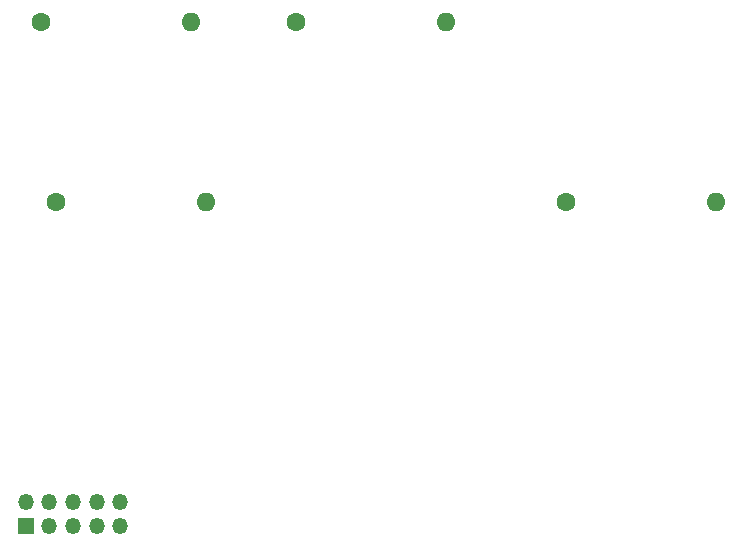
<source format=gbr>
%TF.GenerationSoftware,KiCad,Pcbnew,(7.0.0)*%
%TF.CreationDate,2023-03-24T11:34:11+01:00*%
%TF.ProjectId,PCH-1000JIG,5043482d-3130-4303-904a-49472e6b6963,rev?*%
%TF.SameCoordinates,Original*%
%TF.FileFunction,Soldermask,Bot*%
%TF.FilePolarity,Negative*%
%FSLAX46Y46*%
G04 Gerber Fmt 4.6, Leading zero omitted, Abs format (unit mm)*
G04 Created by KiCad (PCBNEW (7.0.0)) date 2023-03-24 11:34:11*
%MOMM*%
%LPD*%
G01*
G04 APERTURE LIST*
%ADD10C,1.600000*%
%ADD11O,1.600000X1.600000*%
%ADD12R,1.350000X1.350000*%
%ADD13O,1.350000X1.350000*%
G04 APERTURE END LIST*
D10*
%TO.C,1k Ohms*%
X27940000Y-36380000D03*
D11*
X40639999Y-36379999D03*
%TD*%
D12*
%TO.C,Pin Header*%
X25399999Y-63779999D03*
D13*
X25399999Y-61779999D03*
X27399999Y-63779999D03*
X27399999Y-61779999D03*
X29399999Y-63779999D03*
X29399999Y-61779999D03*
X31399999Y-63779999D03*
X31399999Y-61779999D03*
X33399999Y-63779999D03*
X33399999Y-61779999D03*
%TD*%
D10*
%TO.C,1k Ohms*%
X26670000Y-21140000D03*
D11*
X39369999Y-21139999D03*
%TD*%
D10*
%TO.C,1k Ohms*%
X48260000Y-21140000D03*
D11*
X60959999Y-21139999D03*
%TD*%
D10*
%TO.C,220 Ohms*%
X71120000Y-36380000D03*
D11*
X83819999Y-36379999D03*
%TD*%
M02*

</source>
